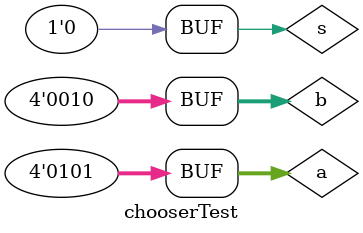
<source format=v>
`timescale 1ns / 1ps


module chooserTest;

	// Inputs
	reg [3:0] a;
	reg [3:0] b;
	reg s;

	// Outputs
	wire [3:0] y;

	// Instantiate the Unit Under Test (UUT)
	chooser uut (
		.a(a), 
		.b(b), 
		.s(s), 
		.y(y)
	);

	initial begin
		// Initialize Inputs
		a = 3'b101;
		b = 3'b010;
		s = 0;

		// Wait 100 ns for global reset to finish
		#100;
       
		// Add stimulus here
		#200;
		s<=1;
		#200
		s<=0;
	end
      
endmodule


</source>
